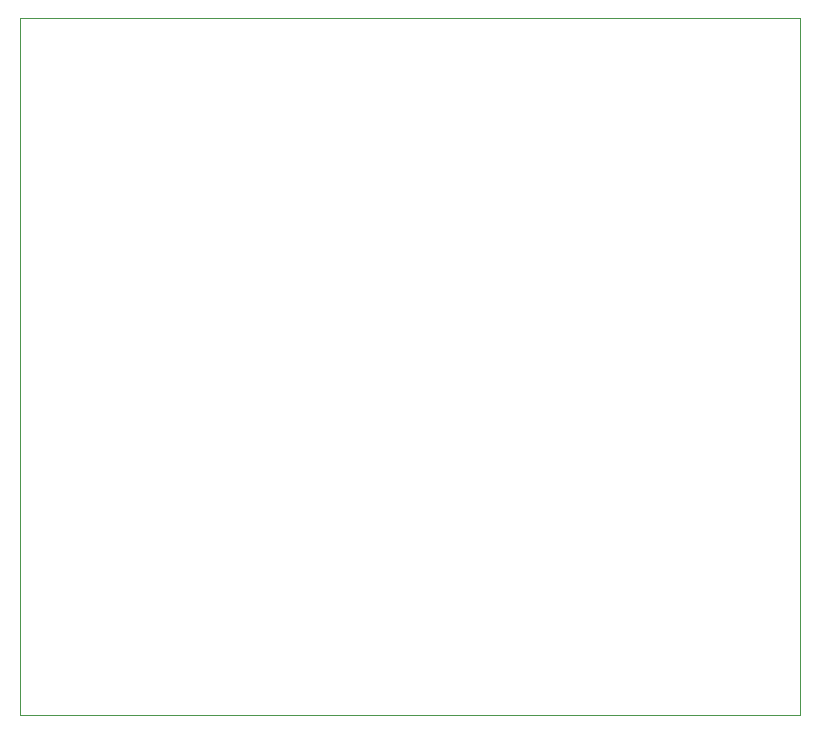
<source format=gm1>
G04 #@! TF.GenerationSoftware,KiCad,Pcbnew,(6.0.4)*
G04 #@! TF.CreationDate,2023-05-30T12:53:04+02:00*
G04 #@! TF.ProjectId,MicroPicoDrive,4d696372-6f50-4696-936f-44726976652e,rev?*
G04 #@! TF.SameCoordinates,Original*
G04 #@! TF.FileFunction,Profile,NP*
%FSLAX46Y46*%
G04 Gerber Fmt 4.6, Leading zero omitted, Abs format (unit mm)*
G04 Created by KiCad (PCBNEW (6.0.4)) date 2023-05-30 12:53:04*
%MOMM*%
%LPD*%
G01*
G04 APERTURE LIST*
G04 #@! TA.AperFunction,Profile*
%ADD10C,0.100000*%
G04 #@! TD*
G04 APERTURE END LIST*
D10*
X114215000Y-72150000D02*
X180215000Y-72150000D01*
X180215000Y-72150000D02*
X180215000Y-131150000D01*
X180215000Y-131150000D02*
X114215000Y-131150000D01*
X114215000Y-131150000D02*
X114215000Y-72150000D01*
M02*

</source>
